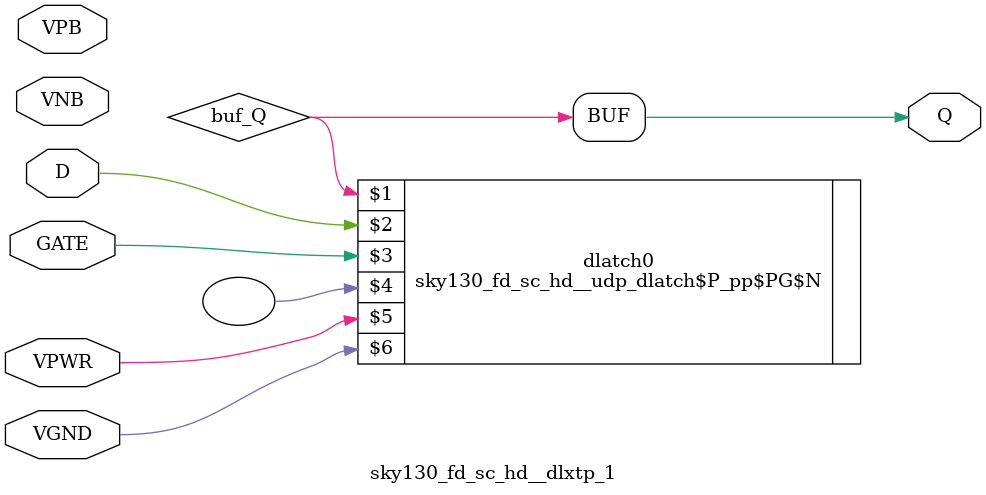
<source format=v>
/*
 * Copyright 2020 The SkyWater PDK Authors
 *
 * Licensed under the Apache License, Version 2.0 (the "License");
 * you may not use this file except in compliance with the License.
 * You may obtain a copy of the License at
 *
 *     https://www.apache.org/licenses/LICENSE-2.0
 *
 * Unless required by applicable law or agreed to in writing, software
 * distributed under the License is distributed on an "AS IS" BASIS,
 * WITHOUT WARRANTIES OR CONDITIONS OF ANY KIND, either express or implied.
 * See the License for the specific language governing permissions and
 * limitations under the License.
 *
 * SPDX-License-Identifier: Apache-2.0
*/


`ifndef SKY130_FD_SC_HD__DLXTP_1_FUNCTIONAL_PP_V
`define SKY130_FD_SC_HD__DLXTP_1_FUNCTIONAL_PP_V

/**
 * dlxtp: Delay latch, non-inverted enable, single output.
 *
 * Verilog simulation functional model.
 */

`timescale 1ns / 1ps
`default_nettype none

// Import user defined primitives.
`include "../../models/udp_dlatch_p_pp_pg_n/sky130_fd_sc_hd__udp_dlatch_p_pp_pg_n.v"

`celldefine
module sky130_fd_sc_hd__dlxtp_1 (
    Q   ,
    D   ,
    GATE,
    VPWR,
    VGND,
    VPB ,
    VNB
);

    // Module ports
    output Q   ;
    input  D   ;
    input  GATE;
    input  VPWR;
    input  VGND;
    input  VPB ;
    input  VNB ;

    // Local signals
    wire buf_Q;

    //                                    Name     Output  Other arguments
    sky130_fd_sc_hd__udp_dlatch$P_pp$PG$N dlatch0 (buf_Q , D, GATE, , VPWR, VGND);
    buf                                   buf0    (Q     , buf_Q                );

endmodule
`endcelldefine

`default_nettype wire
`endif  // SKY130_FD_SC_HD__DLXTP_1_FUNCTIONAL_PP_V

</source>
